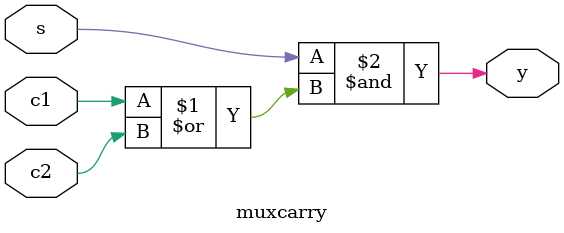
<source format=sv>
module muxcarry(input logic c1,c2,s, output logic y);
	
	assign y=s & (c1 | c2);
	
endmodule
</source>
